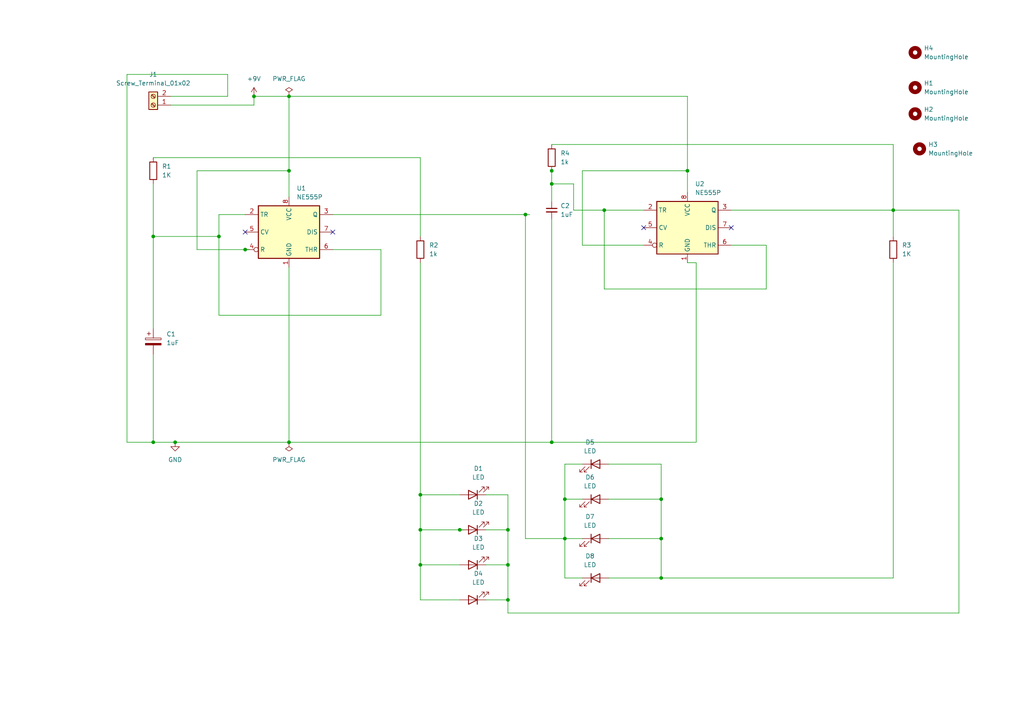
<source format=kicad_sch>
(kicad_sch (version 20230121) (generator eeschema)

  (uuid df1040d5-4863-4cdb-9456-5de3e69baae2)

  (paper "A4")

  (lib_symbols
    (symbol "Connector:Screw_Terminal_01x02" (pin_names (offset 1.016) hide) (in_bom yes) (on_board yes)
      (property "Reference" "J" (at 0 2.54 0)
        (effects (font (size 1.27 1.27)))
      )
      (property "Value" "Screw_Terminal_01x02" (at 0 -5.08 0)
        (effects (font (size 1.27 1.27)))
      )
      (property "Footprint" "" (at 0 0 0)
        (effects (font (size 1.27 1.27)) hide)
      )
      (property "Datasheet" "~" (at 0 0 0)
        (effects (font (size 1.27 1.27)) hide)
      )
      (property "ki_keywords" "screw terminal" (at 0 0 0)
        (effects (font (size 1.27 1.27)) hide)
      )
      (property "ki_description" "Generic screw terminal, single row, 01x02, script generated (kicad-library-utils/schlib/autogen/connector/)" (at 0 0 0)
        (effects (font (size 1.27 1.27)) hide)
      )
      (property "ki_fp_filters" "TerminalBlock*:*" (at 0 0 0)
        (effects (font (size 1.27 1.27)) hide)
      )
      (symbol "Screw_Terminal_01x02_1_1"
        (rectangle (start -1.27 1.27) (end 1.27 -3.81)
          (stroke (width 0.254) (type default))
          (fill (type background))
        )
        (circle (center 0 -2.54) (radius 0.635)
          (stroke (width 0.1524) (type default))
          (fill (type none))
        )
        (polyline
          (pts
            (xy -0.5334 -2.2098)
            (xy 0.3302 -3.048)
          )
          (stroke (width 0.1524) (type default))
          (fill (type none))
        )
        (polyline
          (pts
            (xy -0.5334 0.3302)
            (xy 0.3302 -0.508)
          )
          (stroke (width 0.1524) (type default))
          (fill (type none))
        )
        (polyline
          (pts
            (xy -0.3556 -2.032)
            (xy 0.508 -2.8702)
          )
          (stroke (width 0.1524) (type default))
          (fill (type none))
        )
        (polyline
          (pts
            (xy -0.3556 0.508)
            (xy 0.508 -0.3302)
          )
          (stroke (width 0.1524) (type default))
          (fill (type none))
        )
        (circle (center 0 0) (radius 0.635)
          (stroke (width 0.1524) (type default))
          (fill (type none))
        )
        (pin passive line (at -5.08 0 0) (length 3.81)
          (name "Pin_1" (effects (font (size 1.27 1.27))))
          (number "1" (effects (font (size 1.27 1.27))))
        )
        (pin passive line (at -5.08 -2.54 0) (length 3.81)
          (name "Pin_2" (effects (font (size 1.27 1.27))))
          (number "2" (effects (font (size 1.27 1.27))))
        )
      )
    )
    (symbol "Device:C_Polarized" (pin_numbers hide) (pin_names (offset 0.254)) (in_bom yes) (on_board yes)
      (property "Reference" "C" (at 0.635 2.54 0)
        (effects (font (size 1.27 1.27)) (justify left))
      )
      (property "Value" "C_Polarized" (at 0.635 -2.54 0)
        (effects (font (size 1.27 1.27)) (justify left))
      )
      (property "Footprint" "" (at 0.9652 -3.81 0)
        (effects (font (size 1.27 1.27)) hide)
      )
      (property "Datasheet" "~" (at 0 0 0)
        (effects (font (size 1.27 1.27)) hide)
      )
      (property "ki_keywords" "cap capacitor" (at 0 0 0)
        (effects (font (size 1.27 1.27)) hide)
      )
      (property "ki_description" "Polarized capacitor" (at 0 0 0)
        (effects (font (size 1.27 1.27)) hide)
      )
      (property "ki_fp_filters" "CP_*" (at 0 0 0)
        (effects (font (size 1.27 1.27)) hide)
      )
      (symbol "C_Polarized_0_1"
        (rectangle (start -2.286 0.508) (end 2.286 1.016)
          (stroke (width 0) (type default))
          (fill (type none))
        )
        (polyline
          (pts
            (xy -1.778 2.286)
            (xy -0.762 2.286)
          )
          (stroke (width 0) (type default))
          (fill (type none))
        )
        (polyline
          (pts
            (xy -1.27 2.794)
            (xy -1.27 1.778)
          )
          (stroke (width 0) (type default))
          (fill (type none))
        )
        (rectangle (start 2.286 -0.508) (end -2.286 -1.016)
          (stroke (width 0) (type default))
          (fill (type outline))
        )
      )
      (symbol "C_Polarized_1_1"
        (pin passive line (at 0 3.81 270) (length 2.794)
          (name "~" (effects (font (size 1.27 1.27))))
          (number "1" (effects (font (size 1.27 1.27))))
        )
        (pin passive line (at 0 -3.81 90) (length 2.794)
          (name "~" (effects (font (size 1.27 1.27))))
          (number "2" (effects (font (size 1.27 1.27))))
        )
      )
    )
    (symbol "Device:C_Small" (pin_numbers hide) (pin_names (offset 0.254) hide) (in_bom yes) (on_board yes)
      (property "Reference" "C" (at 0.254 1.778 0)
        (effects (font (size 1.27 1.27)) (justify left))
      )
      (property "Value" "C_Small" (at 0.254 -2.032 0)
        (effects (font (size 1.27 1.27)) (justify left))
      )
      (property "Footprint" "" (at 0 0 0)
        (effects (font (size 1.27 1.27)) hide)
      )
      (property "Datasheet" "~" (at 0 0 0)
        (effects (font (size 1.27 1.27)) hide)
      )
      (property "ki_keywords" "capacitor cap" (at 0 0 0)
        (effects (font (size 1.27 1.27)) hide)
      )
      (property "ki_description" "Unpolarized capacitor, small symbol" (at 0 0 0)
        (effects (font (size 1.27 1.27)) hide)
      )
      (property "ki_fp_filters" "C_*" (at 0 0 0)
        (effects (font (size 1.27 1.27)) hide)
      )
      (symbol "C_Small_0_1"
        (polyline
          (pts
            (xy -1.524 -0.508)
            (xy 1.524 -0.508)
          )
          (stroke (width 0.3302) (type default))
          (fill (type none))
        )
        (polyline
          (pts
            (xy -1.524 0.508)
            (xy 1.524 0.508)
          )
          (stroke (width 0.3048) (type default))
          (fill (type none))
        )
      )
      (symbol "C_Small_1_1"
        (pin passive line (at 0 2.54 270) (length 2.032)
          (name "~" (effects (font (size 1.27 1.27))))
          (number "1" (effects (font (size 1.27 1.27))))
        )
        (pin passive line (at 0 -2.54 90) (length 2.032)
          (name "~" (effects (font (size 1.27 1.27))))
          (number "2" (effects (font (size 1.27 1.27))))
        )
      )
    )
    (symbol "Device:LED" (pin_numbers hide) (pin_names (offset 1.016) hide) (in_bom yes) (on_board yes)
      (property "Reference" "D" (at 0 2.54 0)
        (effects (font (size 1.27 1.27)))
      )
      (property "Value" "LED" (at 0 -2.54 0)
        (effects (font (size 1.27 1.27)))
      )
      (property "Footprint" "" (at 0 0 0)
        (effects (font (size 1.27 1.27)) hide)
      )
      (property "Datasheet" "~" (at 0 0 0)
        (effects (font (size 1.27 1.27)) hide)
      )
      (property "ki_keywords" "LED diode" (at 0 0 0)
        (effects (font (size 1.27 1.27)) hide)
      )
      (property "ki_description" "Light emitting diode" (at 0 0 0)
        (effects (font (size 1.27 1.27)) hide)
      )
      (property "ki_fp_filters" "LED* LED_SMD:* LED_THT:*" (at 0 0 0)
        (effects (font (size 1.27 1.27)) hide)
      )
      (symbol "LED_0_1"
        (polyline
          (pts
            (xy -1.27 -1.27)
            (xy -1.27 1.27)
          )
          (stroke (width 0.254) (type default))
          (fill (type none))
        )
        (polyline
          (pts
            (xy -1.27 0)
            (xy 1.27 0)
          )
          (stroke (width 0) (type default))
          (fill (type none))
        )
        (polyline
          (pts
            (xy 1.27 -1.27)
            (xy 1.27 1.27)
            (xy -1.27 0)
            (xy 1.27 -1.27)
          )
          (stroke (width 0.254) (type default))
          (fill (type none))
        )
        (polyline
          (pts
            (xy -3.048 -0.762)
            (xy -4.572 -2.286)
            (xy -3.81 -2.286)
            (xy -4.572 -2.286)
            (xy -4.572 -1.524)
          )
          (stroke (width 0) (type default))
          (fill (type none))
        )
        (polyline
          (pts
            (xy -1.778 -0.762)
            (xy -3.302 -2.286)
            (xy -2.54 -2.286)
            (xy -3.302 -2.286)
            (xy -3.302 -1.524)
          )
          (stroke (width 0) (type default))
          (fill (type none))
        )
      )
      (symbol "LED_1_1"
        (pin passive line (at -3.81 0 0) (length 2.54)
          (name "K" (effects (font (size 1.27 1.27))))
          (number "1" (effects (font (size 1.27 1.27))))
        )
        (pin passive line (at 3.81 0 180) (length 2.54)
          (name "A" (effects (font (size 1.27 1.27))))
          (number "2" (effects (font (size 1.27 1.27))))
        )
      )
    )
    (symbol "Device:R" (pin_numbers hide) (pin_names (offset 0)) (in_bom yes) (on_board yes)
      (property "Reference" "R" (at 2.032 0 90)
        (effects (font (size 1.27 1.27)))
      )
      (property "Value" "R" (at 0 0 90)
        (effects (font (size 1.27 1.27)))
      )
      (property "Footprint" "" (at -1.778 0 90)
        (effects (font (size 1.27 1.27)) hide)
      )
      (property "Datasheet" "~" (at 0 0 0)
        (effects (font (size 1.27 1.27)) hide)
      )
      (property "ki_keywords" "R res resistor" (at 0 0 0)
        (effects (font (size 1.27 1.27)) hide)
      )
      (property "ki_description" "Resistor" (at 0 0 0)
        (effects (font (size 1.27 1.27)) hide)
      )
      (property "ki_fp_filters" "R_*" (at 0 0 0)
        (effects (font (size 1.27 1.27)) hide)
      )
      (symbol "R_0_1"
        (rectangle (start -1.016 -2.54) (end 1.016 2.54)
          (stroke (width 0.254) (type default))
          (fill (type none))
        )
      )
      (symbol "R_1_1"
        (pin passive line (at 0 3.81 270) (length 1.27)
          (name "~" (effects (font (size 1.27 1.27))))
          (number "1" (effects (font (size 1.27 1.27))))
        )
        (pin passive line (at 0 -3.81 90) (length 1.27)
          (name "~" (effects (font (size 1.27 1.27))))
          (number "2" (effects (font (size 1.27 1.27))))
        )
      )
    )
    (symbol "Mechanical:MountingHole" (pin_names (offset 1.016)) (in_bom yes) (on_board yes)
      (property "Reference" "H" (at 0 5.08 0)
        (effects (font (size 1.27 1.27)))
      )
      (property "Value" "MountingHole" (at 0 3.175 0)
        (effects (font (size 1.27 1.27)))
      )
      (property "Footprint" "" (at 0 0 0)
        (effects (font (size 1.27 1.27)) hide)
      )
      (property "Datasheet" "~" (at 0 0 0)
        (effects (font (size 1.27 1.27)) hide)
      )
      (property "ki_keywords" "mounting hole" (at 0 0 0)
        (effects (font (size 1.27 1.27)) hide)
      )
      (property "ki_description" "Mounting Hole without connection" (at 0 0 0)
        (effects (font (size 1.27 1.27)) hide)
      )
      (property "ki_fp_filters" "MountingHole*" (at 0 0 0)
        (effects (font (size 1.27 1.27)) hide)
      )
      (symbol "MountingHole_0_1"
        (circle (center 0 0) (radius 1.27)
          (stroke (width 1.27) (type default))
          (fill (type none))
        )
      )
    )
    (symbol "Timer:NE555P" (in_bom yes) (on_board yes)
      (property "Reference" "U" (at -10.16 8.89 0)
        (effects (font (size 1.27 1.27)) (justify left))
      )
      (property "Value" "NE555P" (at 2.54 8.89 0)
        (effects (font (size 1.27 1.27)) (justify left))
      )
      (property "Footprint" "Package_DIP:DIP-8_W7.62mm" (at 16.51 -10.16 0)
        (effects (font (size 1.27 1.27)) hide)
      )
      (property "Datasheet" "http://www.ti.com/lit/ds/symlink/ne555.pdf" (at 21.59 -10.16 0)
        (effects (font (size 1.27 1.27)) hide)
      )
      (property "ki_keywords" "single timer 555" (at 0 0 0)
        (effects (font (size 1.27 1.27)) hide)
      )
      (property "ki_description" "Precision Timers, 555 compatible,  PDIP-8" (at 0 0 0)
        (effects (font (size 1.27 1.27)) hide)
      )
      (property "ki_fp_filters" "DIP*W7.62mm*" (at 0 0 0)
        (effects (font (size 1.27 1.27)) hide)
      )
      (symbol "NE555P_0_0"
        (pin power_in line (at 0 -10.16 90) (length 2.54)
          (name "GND" (effects (font (size 1.27 1.27))))
          (number "1" (effects (font (size 1.27 1.27))))
        )
        (pin power_in line (at 0 10.16 270) (length 2.54)
          (name "VCC" (effects (font (size 1.27 1.27))))
          (number "8" (effects (font (size 1.27 1.27))))
        )
      )
      (symbol "NE555P_0_1"
        (rectangle (start -8.89 -7.62) (end 8.89 7.62)
          (stroke (width 0.254) (type default))
          (fill (type background))
        )
        (rectangle (start -8.89 -7.62) (end 8.89 7.62)
          (stroke (width 0.254) (type default))
          (fill (type background))
        )
      )
      (symbol "NE555P_1_1"
        (pin input line (at -12.7 5.08 0) (length 3.81)
          (name "TR" (effects (font (size 1.27 1.27))))
          (number "2" (effects (font (size 1.27 1.27))))
        )
        (pin output line (at 12.7 5.08 180) (length 3.81)
          (name "Q" (effects (font (size 1.27 1.27))))
          (number "3" (effects (font (size 1.27 1.27))))
        )
        (pin input inverted (at -12.7 -5.08 0) (length 3.81)
          (name "R" (effects (font (size 1.27 1.27))))
          (number "4" (effects (font (size 1.27 1.27))))
        )
        (pin input line (at -12.7 0 0) (length 3.81)
          (name "CV" (effects (font (size 1.27 1.27))))
          (number "5" (effects (font (size 1.27 1.27))))
        )
        (pin input line (at 12.7 -5.08 180) (length 3.81)
          (name "THR" (effects (font (size 1.27 1.27))))
          (number "6" (effects (font (size 1.27 1.27))))
        )
        (pin input line (at 12.7 0 180) (length 3.81)
          (name "DIS" (effects (font (size 1.27 1.27))))
          (number "7" (effects (font (size 1.27 1.27))))
        )
      )
    )
    (symbol "power:+9V" (power) (pin_names (offset 0)) (in_bom yes) (on_board yes)
      (property "Reference" "#PWR" (at 0 -3.81 0)
        (effects (font (size 1.27 1.27)) hide)
      )
      (property "Value" "+9V" (at 0 3.556 0)
        (effects (font (size 1.27 1.27)))
      )
      (property "Footprint" "" (at 0 0 0)
        (effects (font (size 1.27 1.27)) hide)
      )
      (property "Datasheet" "" (at 0 0 0)
        (effects (font (size 1.27 1.27)) hide)
      )
      (property "ki_keywords" "global power" (at 0 0 0)
        (effects (font (size 1.27 1.27)) hide)
      )
      (property "ki_description" "Power symbol creates a global label with name \"+9V\"" (at 0 0 0)
        (effects (font (size 1.27 1.27)) hide)
      )
      (symbol "+9V_0_1"
        (polyline
          (pts
            (xy -0.762 1.27)
            (xy 0 2.54)
          )
          (stroke (width 0) (type default))
          (fill (type none))
        )
        (polyline
          (pts
            (xy 0 0)
            (xy 0 2.54)
          )
          (stroke (width 0) (type default))
          (fill (type none))
        )
        (polyline
          (pts
            (xy 0 2.54)
            (xy 0.762 1.27)
          )
          (stroke (width 0) (type default))
          (fill (type none))
        )
      )
      (symbol "+9V_1_1"
        (pin power_in line (at 0 0 90) (length 0) hide
          (name "+9V" (effects (font (size 1.27 1.27))))
          (number "1" (effects (font (size 1.27 1.27))))
        )
      )
    )
    (symbol "power:GND" (power) (pin_names (offset 0)) (in_bom yes) (on_board yes)
      (property "Reference" "#PWR" (at 0 -6.35 0)
        (effects (font (size 1.27 1.27)) hide)
      )
      (property "Value" "GND" (at 0 -3.81 0)
        (effects (font (size 1.27 1.27)))
      )
      (property "Footprint" "" (at 0 0 0)
        (effects (font (size 1.27 1.27)) hide)
      )
      (property "Datasheet" "" (at 0 0 0)
        (effects (font (size 1.27 1.27)) hide)
      )
      (property "ki_keywords" "global power" (at 0 0 0)
        (effects (font (size 1.27 1.27)) hide)
      )
      (property "ki_description" "Power symbol creates a global label with name \"GND\" , ground" (at 0 0 0)
        (effects (font (size 1.27 1.27)) hide)
      )
      (symbol "GND_0_1"
        (polyline
          (pts
            (xy 0 0)
            (xy 0 -1.27)
            (xy 1.27 -1.27)
            (xy 0 -2.54)
            (xy -1.27 -1.27)
            (xy 0 -1.27)
          )
          (stroke (width 0) (type default))
          (fill (type none))
        )
      )
      (symbol "GND_1_1"
        (pin power_in line (at 0 0 270) (length 0) hide
          (name "GND" (effects (font (size 1.27 1.27))))
          (number "1" (effects (font (size 1.27 1.27))))
        )
      )
    )
    (symbol "power:PWR_FLAG" (power) (pin_numbers hide) (pin_names (offset 0) hide) (in_bom yes) (on_board yes)
      (property "Reference" "#FLG" (at 0 1.905 0)
        (effects (font (size 1.27 1.27)) hide)
      )
      (property "Value" "PWR_FLAG" (at 0 3.81 0)
        (effects (font (size 1.27 1.27)))
      )
      (property "Footprint" "" (at 0 0 0)
        (effects (font (size 1.27 1.27)) hide)
      )
      (property "Datasheet" "~" (at 0 0 0)
        (effects (font (size 1.27 1.27)) hide)
      )
      (property "ki_keywords" "flag power" (at 0 0 0)
        (effects (font (size 1.27 1.27)) hide)
      )
      (property "ki_description" "Special symbol for telling ERC where power comes from" (at 0 0 0)
        (effects (font (size 1.27 1.27)) hide)
      )
      (symbol "PWR_FLAG_0_0"
        (pin power_out line (at 0 0 90) (length 0)
          (name "pwr" (effects (font (size 1.27 1.27))))
          (number "1" (effects (font (size 1.27 1.27))))
        )
      )
      (symbol "PWR_FLAG_0_1"
        (polyline
          (pts
            (xy 0 0)
            (xy 0 1.27)
            (xy -1.016 1.905)
            (xy 0 2.54)
            (xy 1.016 1.905)
            (xy 0 1.27)
          )
          (stroke (width 0) (type default))
          (fill (type none))
        )
      )
    )
  )

  (junction (at 73.66 27.94) (diameter 0) (color 0 0 0 0)
    (uuid 08183747-ef87-48aa-bbac-1705b7c4e64c)
  )
  (junction (at 163.83 144.78) (diameter 0) (color 0 0 0 0)
    (uuid 0f4ceade-69a1-4327-ab5a-a482dc3d9cf5)
  )
  (junction (at 44.45 128.27) (diameter 0) (color 0 0 0 0)
    (uuid 27c3e6cd-ee14-458b-b3ab-7f3aff171232)
  )
  (junction (at 163.83 156.21) (diameter 0) (color 0 0 0 0)
    (uuid 27d004e1-74e0-4952-aaa9-e21f28646e4e)
  )
  (junction (at 147.32 163.83) (diameter 0) (color 0 0 0 0)
    (uuid 2bf9a614-60c5-4d74-87f6-e84ea195c17d)
  )
  (junction (at 71.12 72.39) (diameter 0) (color 0 0 0 0)
    (uuid 2d8147a5-2f96-48fe-b0e3-2db4a49ba75a)
  )
  (junction (at 63.5 68.58) (diameter 0) (color 0 0 0 0)
    (uuid 37f9af8c-6dab-4ab0-8699-feb83e3be6c6)
  )
  (junction (at 121.92 143.51) (diameter 0) (color 0 0 0 0)
    (uuid 4671fe32-a3da-42c3-a241-bbe025adfb69)
  )
  (junction (at 191.77 167.64) (diameter 0) (color 0 0 0 0)
    (uuid 562220b1-79e0-4227-bb1a-d5196f4da638)
  )
  (junction (at 121.92 153.67) (diameter 0) (color 0 0 0 0)
    (uuid 582e8548-8149-4424-8d42-7836d82125b5)
  )
  (junction (at 160.02 49.53) (diameter 0) (color 0 0 0 0)
    (uuid 5e82e80d-6545-4e45-a298-0d68f225b056)
  )
  (junction (at 199.39 49.53) (diameter 0) (color 0 0 0 0)
    (uuid 5f5f41d5-52d6-4651-bc72-6fe65eb603b3)
  )
  (junction (at 50.8 128.27) (diameter 0) (color 0 0 0 0)
    (uuid 867698b3-a0b2-4aeb-b9a6-8decfc717e0b)
  )
  (junction (at 133.35 153.67) (diameter 0) (color 0 0 0 0)
    (uuid 86c89f19-a60a-439c-8590-499f366e5318)
  )
  (junction (at 160.02 128.27) (diameter 0) (color 0 0 0 0)
    (uuid 92cfa1d1-0f68-4bd5-8863-48e5657970bd)
  )
  (junction (at 147.32 173.99) (diameter 0) (color 0 0 0 0)
    (uuid 9c6772fc-344d-4aa0-9f11-7d8199208c9d)
  )
  (junction (at 175.26 60.96) (diameter 0) (color 0 0 0 0)
    (uuid a8ac8373-0dde-4406-b934-4df77fae93f2)
  )
  (junction (at 147.32 153.67) (diameter 0) (color 0 0 0 0)
    (uuid aec6034b-fbd9-40d0-b4b7-5a716fe17731)
  )
  (junction (at 191.77 144.78) (diameter 0) (color 0 0 0 0)
    (uuid ce2392d4-abe7-4220-a55e-463af88c0d70)
  )
  (junction (at 44.45 68.58) (diameter 0) (color 0 0 0 0)
    (uuid d6c01528-3e7f-4bcd-88e5-4819061f2ee8)
  )
  (junction (at 83.82 49.53) (diameter 0) (color 0 0 0 0)
    (uuid d71d17b4-b5d9-417a-84b2-9a24decdc1d0)
  )
  (junction (at 152.4 62.23) (diameter 0) (color 0 0 0 0)
    (uuid da39affd-716e-48d4-8f41-11b53f2457b0)
  )
  (junction (at 259.08 60.96) (diameter 0) (color 0 0 0 0)
    (uuid daa2dc58-1c5a-4b02-b07c-0d35f799e1a2)
  )
  (junction (at 83.82 27.94) (diameter 0) (color 0 0 0 0)
    (uuid dd8909b6-03e2-47df-89b8-ad95505fbb28)
  )
  (junction (at 191.77 156.21) (diameter 0) (color 0 0 0 0)
    (uuid dfe909b9-6161-4e79-9c4b-de7f64da3f9c)
  )
  (junction (at 160.02 53.34) (diameter 0) (color 0 0 0 0)
    (uuid dffac069-ce1e-4105-8f62-8c6999c22c30)
  )
  (junction (at 121.92 163.83) (diameter 0) (color 0 0 0 0)
    (uuid e83608bd-8d0d-44b9-b8fa-94887d55cd9d)
  )
  (junction (at 83.82 128.27) (diameter 0) (color 0 0 0 0)
    (uuid eb7ee242-9c97-45bb-8cf7-7a468fc16c88)
  )

  (no_connect (at 186.69 66.04) (uuid 13103f20-fb40-44b9-b198-a7140651e851))
  (no_connect (at 96.52 67.31) (uuid 27d74775-ea58-466f-9b34-b0d0cad3fafb))
  (no_connect (at 71.12 67.31) (uuid 4d6ad198-e403-49b3-910a-091a51ca3731))
  (no_connect (at 212.09 66.04) (uuid b1ceecbb-d175-46d3-9953-aa9a360132d5))

  (wire (pts (xy 176.53 167.64) (xy 191.77 167.64))
    (stroke (width 0) (type default))
    (uuid 040d1c2c-d72d-4555-989b-6f8ccf4c3cdb)
  )
  (wire (pts (xy 176.53 134.62) (xy 191.77 134.62))
    (stroke (width 0) (type default))
    (uuid 0593e027-41d8-4b48-a587-b2261a47767b)
  )
  (wire (pts (xy 66.04 27.94) (xy 66.04 21.59))
    (stroke (width 0) (type default))
    (uuid 05bfeb6c-7676-467a-b0da-03e6b45993bd)
  )
  (wire (pts (xy 83.82 49.53) (xy 83.82 57.15))
    (stroke (width 0) (type default))
    (uuid 0688cd94-7b3b-498f-8594-06f90994c2d3)
  )
  (wire (pts (xy 191.77 167.64) (xy 259.08 167.64))
    (stroke (width 0) (type default))
    (uuid 06a9ccee-ea3b-4a5e-9eb8-a57d6b412b57)
  )
  (wire (pts (xy 147.32 163.83) (xy 147.32 173.99))
    (stroke (width 0) (type default))
    (uuid 0971a7e3-96ee-456f-9674-a989a2fad940)
  )
  (wire (pts (xy 186.69 71.12) (xy 168.91 71.12))
    (stroke (width 0) (type default))
    (uuid 0c94c41f-03a2-4127-95ed-58cc0c43cba5)
  )
  (wire (pts (xy 63.5 68.58) (xy 63.5 91.44))
    (stroke (width 0) (type default))
    (uuid 0e697fe3-49e6-464f-a304-322d45b6c196)
  )
  (wire (pts (xy 201.93 128.27) (xy 201.93 76.2))
    (stroke (width 0) (type default))
    (uuid 1028dde2-6fdc-451e-817f-e04fb83f4979)
  )
  (wire (pts (xy 36.83 21.59) (xy 36.83 128.27))
    (stroke (width 0) (type default))
    (uuid 10a25cba-375f-46e7-863c-2e6cc657dac2)
  )
  (wire (pts (xy 168.91 167.64) (xy 163.83 167.64))
    (stroke (width 0) (type default))
    (uuid 1266fc75-0b78-4441-a1a0-4e969bfd54a6)
  )
  (wire (pts (xy 201.93 76.2) (xy 199.39 76.2))
    (stroke (width 0) (type default))
    (uuid 150fbabb-4f61-4d85-8b88-b2eb3803e161)
  )
  (wire (pts (xy 259.08 41.91) (xy 259.08 60.96))
    (stroke (width 0) (type default))
    (uuid 158a0fcc-42f3-469f-86d1-f070eb3a8d6d)
  )
  (wire (pts (xy 121.92 173.99) (xy 133.35 173.99))
    (stroke (width 0) (type default))
    (uuid 15e61e4c-e40f-408e-9368-f0bb184476e9)
  )
  (wire (pts (xy 73.66 30.48) (xy 73.66 27.94))
    (stroke (width 0) (type default))
    (uuid 1d2382b6-a8a5-4d7f-9547-24c95c2cbbd4)
  )
  (wire (pts (xy 44.45 53.34) (xy 44.45 68.58))
    (stroke (width 0) (type default))
    (uuid 20e88b81-857f-492d-8316-16489199f32d)
  )
  (wire (pts (xy 160.02 41.91) (xy 259.08 41.91))
    (stroke (width 0) (type default))
    (uuid 2201a446-4b95-4ddf-b8d5-b2481bd79e9d)
  )
  (wire (pts (xy 121.92 76.2) (xy 121.92 143.51))
    (stroke (width 0) (type default))
    (uuid 233be7d4-03bd-443a-a7e8-3f6d9099d6e8)
  )
  (wire (pts (xy 73.66 27.94) (xy 83.82 27.94))
    (stroke (width 0) (type default))
    (uuid 2503bf2c-ce1e-4eb0-bc22-bf4dab0cd38d)
  )
  (wire (pts (xy 163.83 144.78) (xy 163.83 134.62))
    (stroke (width 0) (type default))
    (uuid 32bd00b3-bacd-42a6-b741-43e674c2c351)
  )
  (wire (pts (xy 44.45 128.27) (xy 50.8 128.27))
    (stroke (width 0) (type default))
    (uuid 33bd126d-46c2-498b-a65d-de65cb8bc441)
  )
  (wire (pts (xy 121.92 45.72) (xy 121.92 68.58))
    (stroke (width 0) (type default))
    (uuid 3441b9b3-f1e5-41a2-a51b-946325cbb449)
  )
  (wire (pts (xy 175.26 60.96) (xy 186.69 60.96))
    (stroke (width 0) (type default))
    (uuid 36cedbe5-07d3-41d2-b427-c142d88daf5c)
  )
  (wire (pts (xy 176.53 144.78) (xy 191.77 144.78))
    (stroke (width 0) (type default))
    (uuid 3ab4d805-4c84-4f7a-8798-ea61bd33b35b)
  )
  (wire (pts (xy 278.13 60.96) (xy 259.08 60.96))
    (stroke (width 0) (type default))
    (uuid 4021b73e-b01a-4354-81cd-45f473832368)
  )
  (wire (pts (xy 66.04 21.59) (xy 36.83 21.59))
    (stroke (width 0) (type default))
    (uuid 415e8ec6-6610-4ad9-8e51-092ca678fc84)
  )
  (wire (pts (xy 259.08 167.64) (xy 259.08 76.2))
    (stroke (width 0) (type default))
    (uuid 42ce139f-1845-4cf2-9737-420b51a145c8)
  )
  (wire (pts (xy 160.02 63.5) (xy 160.02 128.27))
    (stroke (width 0) (type default))
    (uuid 43ebabb6-a3d5-4e97-95ce-204179bc008e)
  )
  (wire (pts (xy 72.39 72.39) (xy 71.12 72.39))
    (stroke (width 0) (type default))
    (uuid 4d32d764-f7fa-4eb1-b86f-3ca37c0eddf4)
  )
  (wire (pts (xy 191.77 167.64) (xy 191.77 156.21))
    (stroke (width 0) (type default))
    (uuid 4e33f3af-d72c-4f06-b281-fc3ca95bb003)
  )
  (wire (pts (xy 121.92 163.83) (xy 121.92 173.99))
    (stroke (width 0) (type default))
    (uuid 4ecf92ee-871c-4a12-b5c4-97e06492068b)
  )
  (wire (pts (xy 44.45 45.72) (xy 121.92 45.72))
    (stroke (width 0) (type default))
    (uuid 4f60de63-c62a-442c-8a8a-25c305068c42)
  )
  (wire (pts (xy 166.37 53.34) (xy 160.02 53.34))
    (stroke (width 0) (type default))
    (uuid 541a93fe-1ef0-4292-81f4-c796ae9b63a3)
  )
  (wire (pts (xy 96.52 62.23) (xy 152.4 62.23))
    (stroke (width 0) (type default))
    (uuid 588136a1-f5c0-4042-8f6c-67a0c4c08216)
  )
  (wire (pts (xy 83.82 128.27) (xy 160.02 128.27))
    (stroke (width 0) (type default))
    (uuid 5ed034ed-dca2-4c42-aa69-82d108c60f83)
  )
  (wire (pts (xy 57.15 49.53) (xy 83.82 49.53))
    (stroke (width 0) (type default))
    (uuid 63abc410-0870-4eac-a8d6-cf7f675c497c)
  )
  (wire (pts (xy 175.26 83.82) (xy 222.25 83.82))
    (stroke (width 0) (type default))
    (uuid 6877bbf9-3c4d-4988-8d33-5f7186ece761)
  )
  (wire (pts (xy 152.4 62.23) (xy 152.4 156.21))
    (stroke (width 0) (type default))
    (uuid 6c54eb4c-5876-4885-abe4-56e4e78599e9)
  )
  (wire (pts (xy 160.02 53.34) (xy 160.02 58.42))
    (stroke (width 0) (type default))
    (uuid 70fcca4c-6d0a-443d-8302-fece394decc5)
  )
  (wire (pts (xy 160.02 48.26) (xy 160.02 49.53))
    (stroke (width 0) (type default))
    (uuid 720dd038-d6f8-4df9-af6b-42afb08103d1)
  )
  (wire (pts (xy 121.92 153.67) (xy 121.92 163.83))
    (stroke (width 0) (type default))
    (uuid 74345da3-c072-4ab2-ab57-dbce6ad552cf)
  )
  (wire (pts (xy 133.35 153.67) (xy 134.62 153.67))
    (stroke (width 0) (type default))
    (uuid 76c3b3ee-ac26-4bc2-9e0a-036d36cbf8fb)
  )
  (wire (pts (xy 57.15 72.39) (xy 57.15 49.53))
    (stroke (width 0) (type default))
    (uuid 79553a3b-096c-461e-890e-f8995d9f5ff2)
  )
  (wire (pts (xy 147.32 177.8) (xy 278.13 177.8))
    (stroke (width 0) (type default))
    (uuid 7eaa71b8-033b-4011-b5d3-d79b1d7d755a)
  )
  (wire (pts (xy 44.45 68.58) (xy 63.5 68.58))
    (stroke (width 0) (type default))
    (uuid 8103e2f3-68ea-49bd-80e7-d0e4fa2affa8)
  )
  (wire (pts (xy 152.4 62.23) (xy 153.67 62.23))
    (stroke (width 0) (type default))
    (uuid 81f9ee82-b53e-40d0-8216-a37f8470e7fd)
  )
  (wire (pts (xy 50.8 128.27) (xy 83.82 128.27))
    (stroke (width 0) (type default))
    (uuid 827535ff-950b-4d45-90a2-b7e38c536ba5)
  )
  (wire (pts (xy 163.83 156.21) (xy 168.91 156.21))
    (stroke (width 0) (type default))
    (uuid 82ed996d-107e-4ede-a44c-b437a3fd09b2)
  )
  (wire (pts (xy 140.97 173.99) (xy 147.32 173.99))
    (stroke (width 0) (type default))
    (uuid 918bc666-88a8-4d37-9b0e-307b8edbca21)
  )
  (wire (pts (xy 63.5 62.23) (xy 63.5 68.58))
    (stroke (width 0) (type default))
    (uuid 9497ff4c-0f48-419a-9426-547ff7ca6ef3)
  )
  (wire (pts (xy 147.32 153.67) (xy 147.32 163.83))
    (stroke (width 0) (type default))
    (uuid 94b52827-1b46-44fb-9497-8ffb21e98b1d)
  )
  (wire (pts (xy 259.08 60.96) (xy 212.09 60.96))
    (stroke (width 0) (type default))
    (uuid 954c6640-cc57-492c-8488-2af2286f2a5f)
  )
  (wire (pts (xy 140.97 163.83) (xy 147.32 163.83))
    (stroke (width 0) (type default))
    (uuid 96f026d6-0fd3-42ff-9429-4fd5073c514c)
  )
  (wire (pts (xy 222.25 83.82) (xy 222.25 71.12))
    (stroke (width 0) (type default))
    (uuid 978190b8-2fa1-454a-a31a-acdc289f76ee)
  )
  (wire (pts (xy 278.13 60.96) (xy 278.13 177.8))
    (stroke (width 0) (type default))
    (uuid 9aefa974-16d8-4cad-b20d-19820eacf081)
  )
  (wire (pts (xy 121.92 143.51) (xy 121.92 153.67))
    (stroke (width 0) (type default))
    (uuid 9b0ae3f5-0565-4b0d-b2db-a8d97d1273ef)
  )
  (wire (pts (xy 168.91 49.53) (xy 199.39 49.53))
    (stroke (width 0) (type default))
    (uuid 9bd6d7e8-79af-4546-8f1c-fd78a2b4292a)
  )
  (wire (pts (xy 49.53 30.48) (xy 73.66 30.48))
    (stroke (width 0) (type default))
    (uuid 9d0a492c-ae3e-47c1-a0e4-c8a6f9388480)
  )
  (wire (pts (xy 49.53 27.94) (xy 66.04 27.94))
    (stroke (width 0) (type default))
    (uuid a01be2a8-c973-4d2a-b93f-3054589405e9)
  )
  (wire (pts (xy 191.77 144.78) (xy 191.77 134.62))
    (stroke (width 0) (type default))
    (uuid a118c4a9-0794-49ab-9dc9-528029df6c80)
  )
  (wire (pts (xy 147.32 143.51) (xy 147.32 153.67))
    (stroke (width 0) (type default))
    (uuid a4d0f1dd-d40c-49f7-b73a-3ebfcbcaffd5)
  )
  (wire (pts (xy 212.09 71.12) (xy 222.25 71.12))
    (stroke (width 0) (type default))
    (uuid ab3dcd55-404c-41f8-9b62-7f4d5345b6ff)
  )
  (wire (pts (xy 44.45 95.25) (xy 44.45 68.58))
    (stroke (width 0) (type default))
    (uuid ad71a439-2f26-4983-970d-0fbf1aa3d7eb)
  )
  (wire (pts (xy 36.83 128.27) (xy 44.45 128.27))
    (stroke (width 0) (type default))
    (uuid ae49affb-0a92-4087-82cb-02940b16cf5b)
  )
  (wire (pts (xy 160.02 49.53) (xy 160.02 53.34))
    (stroke (width 0) (type default))
    (uuid b14a44c5-bbd9-43bb-9c54-315af696227f)
  )
  (wire (pts (xy 121.92 143.51) (xy 133.35 143.51))
    (stroke (width 0) (type default))
    (uuid b162bb50-430d-4d15-9e99-ad5594787ed2)
  )
  (wire (pts (xy 83.82 77.47) (xy 83.82 128.27))
    (stroke (width 0) (type default))
    (uuid b209dd71-ca98-4b83-a151-40a2ea6e2c62)
  )
  (wire (pts (xy 96.52 72.39) (xy 110.49 72.39))
    (stroke (width 0) (type default))
    (uuid b50ef3cd-bfbc-4e27-8a92-24833a9f0dc6)
  )
  (wire (pts (xy 163.83 156.21) (xy 163.83 144.78))
    (stroke (width 0) (type default))
    (uuid be0e1651-9a0b-459e-b022-54bea45df28c)
  )
  (wire (pts (xy 83.82 27.94) (xy 83.82 49.53))
    (stroke (width 0) (type default))
    (uuid bf5b94e2-28ea-4acd-aa34-d5efeefbfba9)
  )
  (wire (pts (xy 71.12 62.23) (xy 63.5 62.23))
    (stroke (width 0) (type default))
    (uuid c13c9c19-5306-4cb1-ad4e-80d5fd6beff2)
  )
  (wire (pts (xy 140.97 143.51) (xy 147.32 143.51))
    (stroke (width 0) (type default))
    (uuid c36e1ba4-bc06-4436-8cb0-779e2d4daf1d)
  )
  (wire (pts (xy 163.83 134.62) (xy 168.91 134.62))
    (stroke (width 0) (type default))
    (uuid c42e67fb-fa8a-4d33-84cd-586ed0e06382)
  )
  (wire (pts (xy 191.77 156.21) (xy 191.77 144.78))
    (stroke (width 0) (type default))
    (uuid c5802c0b-9815-4291-a003-bd6f0d237e24)
  )
  (wire (pts (xy 147.32 173.99) (xy 147.32 177.8))
    (stroke (width 0) (type default))
    (uuid c80ab893-74cf-4e3f-aff5-0f50a22e5c7c)
  )
  (wire (pts (xy 160.02 128.27) (xy 201.93 128.27))
    (stroke (width 0) (type default))
    (uuid c8a36f52-64df-40b8-bd6d-346511ef9b91)
  )
  (wire (pts (xy 57.15 72.39) (xy 71.12 72.39))
    (stroke (width 0) (type default))
    (uuid c94a3b11-1e2e-4673-97c2-892417d10062)
  )
  (wire (pts (xy 152.4 156.21) (xy 163.83 156.21))
    (stroke (width 0) (type default))
    (uuid d2c96ec5-5545-4de2-873d-cdfd331b1650)
  )
  (wire (pts (xy 175.26 60.96) (xy 175.26 83.82))
    (stroke (width 0) (type default))
    (uuid d39dfed8-0ef6-48dd-946f-cad8bc26d33d)
  )
  (wire (pts (xy 199.39 49.53) (xy 199.39 55.88))
    (stroke (width 0) (type default))
    (uuid d3af0f5f-de9b-44db-aada-bfc1a8e7a217)
  )
  (wire (pts (xy 199.39 27.94) (xy 199.39 49.53))
    (stroke (width 0) (type default))
    (uuid d519a564-4509-4ec3-916b-ef092b64aacf)
  )
  (wire (pts (xy 175.26 60.96) (xy 166.37 60.96))
    (stroke (width 0) (type default))
    (uuid d5347b82-8783-4cb3-972a-c14df0f05c33)
  )
  (wire (pts (xy 140.97 153.67) (xy 147.32 153.67))
    (stroke (width 0) (type default))
    (uuid d75052df-38dc-4696-a00b-a262deb71d9c)
  )
  (wire (pts (xy 166.37 60.96) (xy 166.37 53.34))
    (stroke (width 0) (type default))
    (uuid d84e6dc4-be83-431f-9792-6269a448341e)
  )
  (wire (pts (xy 121.92 153.67) (xy 133.35 153.67))
    (stroke (width 0) (type default))
    (uuid dcc34f1a-cfcc-46a5-b5f4-2697bae1bb6a)
  )
  (wire (pts (xy 163.83 167.64) (xy 163.83 156.21))
    (stroke (width 0) (type default))
    (uuid e3d9663e-1a65-49ef-8291-076a8a9d4258)
  )
  (wire (pts (xy 168.91 71.12) (xy 168.91 49.53))
    (stroke (width 0) (type default))
    (uuid e872645b-dff2-48f2-806c-0acf8de4c4f3)
  )
  (wire (pts (xy 110.49 91.44) (xy 110.49 72.39))
    (stroke (width 0) (type default))
    (uuid eb70885c-35ea-4cc3-81fb-522d0934b9c2)
  )
  (wire (pts (xy 121.92 163.83) (xy 133.35 163.83))
    (stroke (width 0) (type default))
    (uuid eb9295c9-c570-43c9-8214-a0ba0d99eaf0)
  )
  (wire (pts (xy 259.08 68.58) (xy 259.08 60.96))
    (stroke (width 0) (type default))
    (uuid f25a5317-56a1-4e98-a809-fba89bc07107)
  )
  (wire (pts (xy 176.53 156.21) (xy 191.77 156.21))
    (stroke (width 0) (type default))
    (uuid f5956fda-70ef-46d9-88e7-d28b52e64930)
  )
  (wire (pts (xy 63.5 91.44) (xy 110.49 91.44))
    (stroke (width 0) (type default))
    (uuid f81cc7b8-2ddf-4128-afcf-43ba0136d73c)
  )
  (wire (pts (xy 44.45 102.87) (xy 44.45 128.27))
    (stroke (width 0) (type default))
    (uuid fd1cb8a2-635c-4017-bf41-398793f39570)
  )
  (wire (pts (xy 163.83 144.78) (xy 168.91 144.78))
    (stroke (width 0) (type default))
    (uuid fd6002ef-a49d-4d2f-ae73-194c4f6ea9dd)
  )
  (wire (pts (xy 83.82 27.94) (xy 199.39 27.94))
    (stroke (width 0) (type default))
    (uuid ff2f760c-249c-462f-b9e9-1d82c46ed256)
  )

  (symbol (lib_id "Mechanical:MountingHole") (at 265.43 33.02 0) (unit 1)
    (in_bom yes) (on_board yes) (dnp no) (fields_autoplaced)
    (uuid 0164ad80-efba-453e-afdf-a9608429f27f)
    (property "Reference" "H2" (at 267.97 31.75 0)
      (effects (font (size 1.27 1.27)) (justify left))
    )
    (property "Value" "MountingHole" (at 267.97 34.29 0)
      (effects (font (size 1.27 1.27)) (justify left))
    )
    (property "Footprint" "MountingHole:MountingHole_2.1mm" (at 265.43 33.02 0)
      (effects (font (size 1.27 1.27)) hide)
    )
    (property "Datasheet" "~" (at 265.43 33.02 0)
      (effects (font (size 1.27 1.27)) hide)
    )
    (instances
      (project "start"
        (path "/df1040d5-4863-4cdb-9456-5de3e69baae2"
          (reference "H2") (unit 1)
        )
      )
    )
  )

  (symbol (lib_id "Device:R") (at 160.02 45.72 0) (unit 1)
    (in_bom yes) (on_board yes) (dnp no) (fields_autoplaced)
    (uuid 03936bd9-34a7-4e78-81fb-bf1a48d84a16)
    (property "Reference" "R4" (at 162.56 44.45 0)
      (effects (font (size 1.27 1.27)) (justify left))
    )
    (property "Value" "1k" (at 162.56 46.99 0)
      (effects (font (size 1.27 1.27)) (justify left))
    )
    (property "Footprint" "Resistor_THT:R_Axial_DIN0204_L3.6mm_D1.6mm_P5.08mm_Horizontal" (at 158.242 45.72 90)
      (effects (font (size 1.27 1.27)) hide)
    )
    (property "Datasheet" "~" (at 160.02 45.72 0)
      (effects (font (size 1.27 1.27)) hide)
    )
    (pin "1" (uuid 8f6ba4cf-b60d-4935-8a48-b1f466f3978c))
    (pin "2" (uuid 09adc441-4dfa-4a93-af08-dcf9bab3ecfc))
    (instances
      (project "start"
        (path "/df1040d5-4863-4cdb-9456-5de3e69baae2"
          (reference "R4") (unit 1)
        )
      )
    )
  )

  (symbol (lib_id "Device:LED") (at 137.16 163.83 180) (unit 1)
    (in_bom yes) (on_board yes) (dnp no) (fields_autoplaced)
    (uuid 20449bda-affb-4fb0-b254-814eabf47139)
    (property "Reference" "D3" (at 138.7475 156.21 0)
      (effects (font (size 1.27 1.27)))
    )
    (property "Value" "LED" (at 138.7475 158.75 0)
      (effects (font (size 1.27 1.27)))
    )
    (property "Footprint" "LED_THT:LED_D3.0mm_Clear" (at 137.16 163.83 0)
      (effects (font (size 1.27 1.27)) hide)
    )
    (property "Datasheet" "~" (at 137.16 163.83 0)
      (effects (font (size 1.27 1.27)) hide)
    )
    (pin "1" (uuid ed96058b-46f1-45f9-9f27-311d11a41506))
    (pin "2" (uuid 69028291-fd81-486c-82c4-dae402135fbd))
    (instances
      (project "start"
        (path "/df1040d5-4863-4cdb-9456-5de3e69baae2"
          (reference "D3") (unit 1)
        )
      )
    )
  )

  (symbol (lib_id "Device:C_Small") (at 160.02 60.96 0) (unit 1)
    (in_bom yes) (on_board yes) (dnp no) (fields_autoplaced)
    (uuid 260ad96a-a7cd-4cdf-b3f7-9c6370cf113d)
    (property "Reference" "C2" (at 162.56 59.6963 0)
      (effects (font (size 1.27 1.27)) (justify left))
    )
    (property "Value" "1uF" (at 162.56 62.2363 0)
      (effects (font (size 1.27 1.27)) (justify left))
    )
    (property "Footprint" "Capacitor_THT:C_Disc_D3.0mm_W1.6mm_P2.50mm" (at 160.02 60.96 0)
      (effects (font (size 1.27 1.27)) hide)
    )
    (property "Datasheet" "~" (at 160.02 60.96 0)
      (effects (font (size 1.27 1.27)) hide)
    )
    (pin "1" (uuid 3be5e9a2-360c-4023-9ebd-a590ed2e04d7))
    (pin "2" (uuid 35b0bbf9-8f3e-4ed9-9771-3b8e79107168))
    (instances
      (project "start"
        (path "/df1040d5-4863-4cdb-9456-5de3e69baae2"
          (reference "C2") (unit 1)
        )
      )
    )
  )

  (symbol (lib_id "Device:LED") (at 137.16 173.99 180) (unit 1)
    (in_bom yes) (on_board yes) (dnp no) (fields_autoplaced)
    (uuid 2f02f967-8fb5-4ce3-8e17-2af44a1302ef)
    (property "Reference" "D4" (at 138.7475 166.37 0)
      (effects (font (size 1.27 1.27)))
    )
    (property "Value" "LED" (at 138.7475 168.91 0)
      (effects (font (size 1.27 1.27)))
    )
    (property "Footprint" "LED_THT:LED_D3.0mm_Clear" (at 137.16 173.99 0)
      (effects (font (size 1.27 1.27)) hide)
    )
    (property "Datasheet" "~" (at 137.16 173.99 0)
      (effects (font (size 1.27 1.27)) hide)
    )
    (pin "2" (uuid de8f9612-68a9-4e2b-be29-99bf169075ec))
    (pin "1" (uuid 1a1a3961-f1b1-43b1-8b35-4dcf73e010b7))
    (instances
      (project "start"
        (path "/df1040d5-4863-4cdb-9456-5de3e69baae2"
          (reference "D4") (unit 1)
        )
      )
    )
  )

  (symbol (lib_id "Device:LED") (at 137.16 153.67 180) (unit 1)
    (in_bom yes) (on_board yes) (dnp no) (fields_autoplaced)
    (uuid 30f02d5c-b324-4bd3-8e77-b1c573b5d9b9)
    (property "Reference" "D2" (at 138.7475 146.05 0)
      (effects (font (size 1.27 1.27)))
    )
    (property "Value" "LED" (at 138.7475 148.59 0)
      (effects (font (size 1.27 1.27)))
    )
    (property "Footprint" "LED_THT:LED_D3.0mm_Clear" (at 137.16 153.67 0)
      (effects (font (size 1.27 1.27)) hide)
    )
    (property "Datasheet" "~" (at 137.16 153.67 0)
      (effects (font (size 1.27 1.27)) hide)
    )
    (pin "1" (uuid 0ed194be-c9c3-4d6d-894b-e8070d2b9f87))
    (pin "2" (uuid 10009628-be00-4195-b637-58bb00ceacc8))
    (instances
      (project "start"
        (path "/df1040d5-4863-4cdb-9456-5de3e69baae2"
          (reference "D2") (unit 1)
        )
      )
    )
  )

  (symbol (lib_id "Mechanical:MountingHole") (at 265.43 25.4 0) (unit 1)
    (in_bom yes) (on_board yes) (dnp no) (fields_autoplaced)
    (uuid 37e8b71a-f277-4323-b9c3-9301741fe487)
    (property "Reference" "H1" (at 267.97 24.13 0)
      (effects (font (size 1.27 1.27)) (justify left))
    )
    (property "Value" "MountingHole" (at 267.97 26.67 0)
      (effects (font (size 1.27 1.27)) (justify left))
    )
    (property "Footprint" "MountingHole:MountingHole_2.1mm" (at 265.43 25.4 0)
      (effects (font (size 1.27 1.27)) hide)
    )
    (property "Datasheet" "~" (at 265.43 25.4 0)
      (effects (font (size 1.27 1.27)) hide)
    )
    (instances
      (project "start"
        (path "/df1040d5-4863-4cdb-9456-5de3e69baae2"
          (reference "H1") (unit 1)
        )
      )
    )
  )

  (symbol (lib_id "Mechanical:MountingHole") (at 265.43 15.24 0) (unit 1)
    (in_bom yes) (on_board yes) (dnp no) (fields_autoplaced)
    (uuid 3e200be9-5fbe-442e-9334-c810085edd04)
    (property "Reference" "H4" (at 267.97 13.97 0)
      (effects (font (size 1.27 1.27)) (justify left))
    )
    (property "Value" "MountingHole" (at 267.97 16.51 0)
      (effects (font (size 1.27 1.27)) (justify left))
    )
    (property "Footprint" "MountingHole:MountingHole_2.1mm" (at 265.43 15.24 0)
      (effects (font (size 1.27 1.27)) hide)
    )
    (property "Datasheet" "~" (at 265.43 15.24 0)
      (effects (font (size 1.27 1.27)) hide)
    )
    (instances
      (project "start"
        (path "/df1040d5-4863-4cdb-9456-5de3e69baae2"
          (reference "H4") (unit 1)
        )
      )
    )
  )

  (symbol (lib_id "Device:C_Polarized") (at 44.45 99.06 0) (unit 1)
    (in_bom yes) (on_board yes) (dnp no) (fields_autoplaced)
    (uuid 42c6cff0-3515-4f11-9074-1deab1691491)
    (property "Reference" "C1" (at 48.26 96.901 0)
      (effects (font (size 1.27 1.27)) (justify left))
    )
    (property "Value" "1uF" (at 48.26 99.441 0)
      (effects (font (size 1.27 1.27)) (justify left))
    )
    (property "Footprint" "Capacitor_THT:CP_Radial_D4.0mm_P1.50mm" (at 45.4152 102.87 0)
      (effects (font (size 1.27 1.27)) hide)
    )
    (property "Datasheet" "~" (at 44.45 99.06 0)
      (effects (font (size 1.27 1.27)) hide)
    )
    (pin "1" (uuid 2a7a558b-ef57-4829-8571-95403472b1c3))
    (pin "2" (uuid ff6de451-cb7d-4b4c-93a1-50676062fc5c))
    (instances
      (project "start"
        (path "/df1040d5-4863-4cdb-9456-5de3e69baae2"
          (reference "C1") (unit 1)
        )
      )
    )
  )

  (symbol (lib_id "Device:LED") (at 172.72 134.62 0) (unit 1)
    (in_bom yes) (on_board yes) (dnp no) (fields_autoplaced)
    (uuid 490f62dd-9048-4eda-a6e8-e1b05143fcdb)
    (property "Reference" "D5" (at 171.1325 128.27 0)
      (effects (font (size 1.27 1.27)))
    )
    (property "Value" "LED" (at 171.1325 130.81 0)
      (effects (font (size 1.27 1.27)))
    )
    (property "Footprint" "LED_THT:LED_D3.0mm_Clear" (at 172.72 134.62 0)
      (effects (font (size 1.27 1.27)) hide)
    )
    (property "Datasheet" "~" (at 172.72 134.62 0)
      (effects (font (size 1.27 1.27)) hide)
    )
    (pin "2" (uuid db92cb2b-1e9e-42e2-8283-46857780b734))
    (pin "1" (uuid 3a5ffdff-53bb-4a02-a752-b8874b2000f7))
    (instances
      (project "start"
        (path "/df1040d5-4863-4cdb-9456-5de3e69baae2"
          (reference "D5") (unit 1)
        )
      )
    )
  )

  (symbol (lib_id "power:PWR_FLAG") (at 83.82 128.27 180) (unit 1)
    (in_bom yes) (on_board yes) (dnp no) (fields_autoplaced)
    (uuid 5d218c90-15b9-4dba-b407-8765dbeb23b7)
    (property "Reference" "#FLG02" (at 83.82 130.175 0)
      (effects (font (size 1.27 1.27)) hide)
    )
    (property "Value" "PWR_FLAG" (at 83.82 133.35 0)
      (effects (font (size 1.27 1.27)))
    )
    (property "Footprint" "" (at 83.82 128.27 0)
      (effects (font (size 1.27 1.27)) hide)
    )
    (property "Datasheet" "~" (at 83.82 128.27 0)
      (effects (font (size 1.27 1.27)) hide)
    )
    (pin "1" (uuid ba323de5-b8cf-41dc-923c-721b52b319a5))
    (instances
      (project "start"
        (path "/df1040d5-4863-4cdb-9456-5de3e69baae2"
          (reference "#FLG02") (unit 1)
        )
      )
    )
  )

  (symbol (lib_id "power:GND") (at 50.8 128.27 0) (unit 1)
    (in_bom yes) (on_board yes) (dnp no) (fields_autoplaced)
    (uuid 6c5cff0f-0e2e-4dc0-8a59-1f0c86e241c1)
    (property "Reference" "#PWR02" (at 50.8 134.62 0)
      (effects (font (size 1.27 1.27)) hide)
    )
    (property "Value" "GND" (at 50.8 133.35 0)
      (effects (font (size 1.27 1.27)))
    )
    (property "Footprint" "" (at 50.8 128.27 0)
      (effects (font (size 1.27 1.27)) hide)
    )
    (property "Datasheet" "" (at 50.8 128.27 0)
      (effects (font (size 1.27 1.27)) hide)
    )
    (pin "1" (uuid e8fdfaec-a6ba-4893-9256-8063754882d0))
    (instances
      (project "start"
        (path "/df1040d5-4863-4cdb-9456-5de3e69baae2"
          (reference "#PWR02") (unit 1)
        )
      )
    )
  )

  (symbol (lib_id "Mechanical:MountingHole") (at 266.7 43.18 0) (unit 1)
    (in_bom yes) (on_board yes) (dnp no) (fields_autoplaced)
    (uuid 6e09a1b3-3bee-494b-b3b8-8bf52e93c311)
    (property "Reference" "H3" (at 269.24 41.91 0)
      (effects (font (size 1.27 1.27)) (justify left))
    )
    (property "Value" "MountingHole" (at 269.24 44.45 0)
      (effects (font (size 1.27 1.27)) (justify left))
    )
    (property "Footprint" "MountingHole:MountingHole_2.1mm" (at 266.7 43.18 0)
      (effects (font (size 1.27 1.27)) hide)
    )
    (property "Datasheet" "~" (at 266.7 43.18 0)
      (effects (font (size 1.27 1.27)) hide)
    )
    (instances
      (project "start"
        (path "/df1040d5-4863-4cdb-9456-5de3e69baae2"
          (reference "H3") (unit 1)
        )
      )
    )
  )

  (symbol (lib_id "Timer:NE555P") (at 199.39 66.04 0) (unit 1)
    (in_bom yes) (on_board yes) (dnp no) (fields_autoplaced)
    (uuid 704f2710-a27b-446c-b88f-d273395f6bc9)
    (property "Reference" "U2" (at 201.5841 53.34 0)
      (effects (font (size 1.27 1.27)) (justify left))
    )
    (property "Value" "NE555P" (at 201.5841 55.88 0)
      (effects (font (size 1.27 1.27)) (justify left))
    )
    (property "Footprint" "Package_DIP:DIP-8_W7.62mm" (at 215.9 76.2 0)
      (effects (font (size 1.27 1.27)) hide)
    )
    (property "Datasheet" "http://www.ti.com/lit/ds/symlink/ne555.pdf" (at 220.98 76.2 0)
      (effects (font (size 1.27 1.27)) hide)
    )
    (pin "5" (uuid 18e36b6e-2b17-4372-ad36-31dca46cd523))
    (pin "4" (uuid 769b3b4a-e5e8-4a71-9a9a-179727cd0fa6))
    (pin "2" (uuid 629fe86f-585e-4508-80e4-0d8c1ea69096))
    (pin "6" (uuid 732f23ed-8287-4f1e-9a52-9460e054eea4))
    (pin "3" (uuid c6c19c96-e6fe-4304-8caa-0d91edfbe67f))
    (pin "8" (uuid 708f3153-54f2-455c-9bbb-25d8d88d6afc))
    (pin "7" (uuid f771ca7d-0d34-497e-a561-d7f4da52c0fa))
    (pin "1" (uuid 879e1507-244c-4a21-9cf2-9009b463f951))
    (instances
      (project "start"
        (path "/df1040d5-4863-4cdb-9456-5de3e69baae2"
          (reference "U2") (unit 1)
        )
      )
    )
  )

  (symbol (lib_id "Device:R") (at 121.92 72.39 0) (unit 1)
    (in_bom yes) (on_board yes) (dnp no) (fields_autoplaced)
    (uuid 7d67a20f-0f5a-4512-b1a9-9e819f401b8f)
    (property "Reference" "R2" (at 124.46 71.12 0)
      (effects (font (size 1.27 1.27)) (justify left))
    )
    (property "Value" "1k" (at 124.46 73.66 0)
      (effects (font (size 1.27 1.27)) (justify left))
    )
    (property "Footprint" "Resistor_THT:R_Axial_DIN0204_L3.6mm_D1.6mm_P5.08mm_Horizontal" (at 120.142 72.39 90)
      (effects (font (size 1.27 1.27)) hide)
    )
    (property "Datasheet" "~" (at 121.92 72.39 0)
      (effects (font (size 1.27 1.27)) hide)
    )
    (pin "2" (uuid 2c46b7a3-1da7-40d4-9282-eee621f88836))
    (pin "1" (uuid 6fe9ff4f-ad25-4bee-84a6-eaca51e6da8e))
    (instances
      (project "start"
        (path "/df1040d5-4863-4cdb-9456-5de3e69baae2"
          (reference "R2") (unit 1)
        )
      )
    )
  )

  (symbol (lib_id "Device:LED") (at 172.72 167.64 0) (unit 1)
    (in_bom yes) (on_board yes) (dnp no) (fields_autoplaced)
    (uuid 821ea5bb-fc99-4b79-b341-299d8db0cfc3)
    (property "Reference" "D8" (at 171.1325 161.29 0)
      (effects (font (size 1.27 1.27)))
    )
    (property "Value" "LED" (at 171.1325 163.83 0)
      (effects (font (size 1.27 1.27)))
    )
    (property "Footprint" "LED_THT:LED_D3.0mm_Clear" (at 172.72 167.64 0)
      (effects (font (size 1.27 1.27)) hide)
    )
    (property "Datasheet" "~" (at 172.72 167.64 0)
      (effects (font (size 1.27 1.27)) hide)
    )
    (pin "2" (uuid 05f9dae8-d163-44d7-82c9-62785af727b9))
    (pin "1" (uuid 6ffe752f-3f91-4174-ae8e-4261176e995e))
    (instances
      (project "start"
        (path "/df1040d5-4863-4cdb-9456-5de3e69baae2"
          (reference "D8") (unit 1)
        )
      )
    )
  )

  (symbol (lib_id "Device:R") (at 44.45 49.53 0) (unit 1)
    (in_bom yes) (on_board yes) (dnp no) (fields_autoplaced)
    (uuid 862b9707-0ba6-4e85-bc81-d1d4d45810f5)
    (property "Reference" "R1" (at 46.99 48.26 0)
      (effects (font (size 1.27 1.27)) (justify left))
    )
    (property "Value" "1K" (at 46.99 50.8 0)
      (effects (font (size 1.27 1.27)) (justify left))
    )
    (property "Footprint" "Resistor_THT:R_Axial_DIN0204_L3.6mm_D1.6mm_P5.08mm_Horizontal" (at 42.672 49.53 90)
      (effects (font (size 1.27 1.27)) hide)
    )
    (property "Datasheet" "~" (at 44.45 49.53 0)
      (effects (font (size 1.27 1.27)) hide)
    )
    (pin "1" (uuid e917ae24-6f6c-4475-89f3-182e0d08a291))
    (pin "2" (uuid 8779b322-9bcf-424b-aa34-59a113fcd57a))
    (instances
      (project "start"
        (path "/df1040d5-4863-4cdb-9456-5de3e69baae2"
          (reference "R1") (unit 1)
        )
      )
    )
  )

  (symbol (lib_id "Device:LED") (at 172.72 156.21 0) (unit 1)
    (in_bom yes) (on_board yes) (dnp no) (fields_autoplaced)
    (uuid 98c22317-c1a2-41a4-a897-0849d3c4b28e)
    (property "Reference" "D7" (at 171.1325 149.86 0)
      (effects (font (size 1.27 1.27)))
    )
    (property "Value" "LED" (at 171.1325 152.4 0)
      (effects (font (size 1.27 1.27)))
    )
    (property "Footprint" "LED_THT:LED_D3.0mm_Clear" (at 172.72 156.21 0)
      (effects (font (size 1.27 1.27)) hide)
    )
    (property "Datasheet" "~" (at 172.72 156.21 0)
      (effects (font (size 1.27 1.27)) hide)
    )
    (pin "2" (uuid d04b89a5-7c3c-46ae-9914-4ea1702d04bb))
    (pin "1" (uuid 0e645674-83cc-4b87-8b60-4606ea45a0f8))
    (instances
      (project "start"
        (path "/df1040d5-4863-4cdb-9456-5de3e69baae2"
          (reference "D7") (unit 1)
        )
      )
    )
  )

  (symbol (lib_id "power:PWR_FLAG") (at 83.82 27.94 0) (unit 1)
    (in_bom yes) (on_board yes) (dnp no) (fields_autoplaced)
    (uuid b8ca718f-62ed-4da2-b431-6762fc2f4020)
    (property "Reference" "#FLG01" (at 83.82 26.035 0)
      (effects (font (size 1.27 1.27)) hide)
    )
    (property "Value" "PWR_FLAG" (at 83.82 22.86 0)
      (effects (font (size 1.27 1.27)))
    )
    (property "Footprint" "" (at 83.82 27.94 0)
      (effects (font (size 1.27 1.27)) hide)
    )
    (property "Datasheet" "~" (at 83.82 27.94 0)
      (effects (font (size 1.27 1.27)) hide)
    )
    (pin "1" (uuid 4c529817-d72c-4d54-afaa-812b8ecb3d66))
    (instances
      (project "start"
        (path "/df1040d5-4863-4cdb-9456-5de3e69baae2"
          (reference "#FLG01") (unit 1)
        )
      )
    )
  )

  (symbol (lib_id "Timer:NE555P") (at 83.82 67.31 0) (unit 1)
    (in_bom yes) (on_board yes) (dnp no) (fields_autoplaced)
    (uuid c96469f5-0cf3-4d65-a5a4-2903edd73269)
    (property "Reference" "U1" (at 86.0141 54.61 0)
      (effects (font (size 1.27 1.27)) (justify left))
    )
    (property "Value" "NE555P" (at 86.0141 57.15 0)
      (effects (font (size 1.27 1.27)) (justify left))
    )
    (property "Footprint" "Package_DIP:DIP-8_W7.62mm" (at 100.33 77.47 0)
      (effects (font (size 1.27 1.27)) hide)
    )
    (property "Datasheet" "http://www.ti.com/lit/ds/symlink/ne555.pdf" (at 105.41 77.47 0)
      (effects (font (size 1.27 1.27)) hide)
    )
    (pin "1" (uuid b20007fb-f9f1-46c2-ada3-f16d74de0f54))
    (pin "7" (uuid 7ad38ec7-19d2-446f-be56-184534047d0c))
    (pin "3" (uuid 1248ce87-fd15-4981-a414-3e3f1dd827f9))
    (pin "6" (uuid c24661fc-f69d-4562-8534-1d886fbe51ed))
    (pin "8" (uuid 6fcda494-130e-4b7a-b7b4-9e8613ca6aae))
    (pin "2" (uuid 14550084-a631-46a2-a408-e23c4d6c4087))
    (pin "4" (uuid abf58477-bc12-4372-9c3a-a5b83e33450d))
    (pin "5" (uuid 0c255470-1789-44ad-8891-05137400b560))
    (instances
      (project "start"
        (path "/df1040d5-4863-4cdb-9456-5de3e69baae2"
          (reference "U1") (unit 1)
        )
      )
    )
  )

  (symbol (lib_id "Device:R") (at 259.08 72.39 0) (unit 1)
    (in_bom yes) (on_board yes) (dnp no) (fields_autoplaced)
    (uuid d150ad30-787d-4f05-bfd6-0637bb2c4e94)
    (property "Reference" "R3" (at 261.62 71.12 0)
      (effects (font (size 1.27 1.27)) (justify left))
    )
    (property "Value" "1K" (at 261.62 73.66 0)
      (effects (font (size 1.27 1.27)) (justify left))
    )
    (property "Footprint" "Resistor_THT:R_Axial_DIN0204_L3.6mm_D1.6mm_P5.08mm_Horizontal" (at 257.302 72.39 90)
      (effects (font (size 1.27 1.27)) hide)
    )
    (property "Datasheet" "~" (at 259.08 72.39 0)
      (effects (font (size 1.27 1.27)) hide)
    )
    (pin "1" (uuid 36b40f06-6a27-47b5-a403-667274f7a79a))
    (pin "2" (uuid 45d0c6bd-da1b-48d5-ae22-60896499c93f))
    (instances
      (project "start"
        (path "/df1040d5-4863-4cdb-9456-5de3e69baae2"
          (reference "R3") (unit 1)
        )
      )
    )
  )

  (symbol (lib_id "Device:LED") (at 137.16 143.51 180) (unit 1)
    (in_bom yes) (on_board yes) (dnp no) (fields_autoplaced)
    (uuid e473443d-c388-4c2c-b53d-5a4da947fdcc)
    (property "Reference" "D1" (at 138.7475 135.89 0)
      (effects (font (size 1.27 1.27)))
    )
    (property "Value" "LED" (at 138.7475 138.43 0)
      (effects (font (size 1.27 1.27)))
    )
    (property "Footprint" "LED_THT:LED_D3.0mm_Clear" (at 137.16 143.51 0)
      (effects (font (size 1.27 1.27)) hide)
    )
    (property "Datasheet" "~" (at 137.16 143.51 0)
      (effects (font (size 1.27 1.27)) hide)
    )
    (pin "1" (uuid be9ed631-c31e-419a-ae41-94ef139a1600))
    (pin "2" (uuid fb24b235-07af-4007-aee9-7909fea6431a))
    (instances
      (project "start"
        (path "/df1040d5-4863-4cdb-9456-5de3e69baae2"
          (reference "D1") (unit 1)
        )
      )
    )
  )

  (symbol (lib_id "power:+9V") (at 73.66 27.94 0) (unit 1)
    (in_bom yes) (on_board yes) (dnp no) (fields_autoplaced)
    (uuid e9d92a56-9d99-4d6a-a93f-c56e24d7650b)
    (property "Reference" "#PWR01" (at 73.66 31.75 0)
      (effects (font (size 1.27 1.27)) hide)
    )
    (property "Value" "+9V" (at 73.66 22.86 0)
      (effects (font (size 1.27 1.27)))
    )
    (property "Footprint" "" (at 73.66 27.94 0)
      (effects (font (size 1.27 1.27)) hide)
    )
    (property "Datasheet" "" (at 73.66 27.94 0)
      (effects (font (size 1.27 1.27)) hide)
    )
    (pin "1" (uuid e4141231-d51b-432a-92de-c92ca3fb21f6))
    (instances
      (project "start"
        (path "/df1040d5-4863-4cdb-9456-5de3e69baae2"
          (reference "#PWR01") (unit 1)
        )
      )
    )
  )

  (symbol (lib_id "Connector:Screw_Terminal_01x02") (at 44.45 30.48 180) (unit 1)
    (in_bom yes) (on_board yes) (dnp no) (fields_autoplaced)
    (uuid f681ac0a-413a-4d34-8110-1def8c235f4b)
    (property "Reference" "J1" (at 44.45 21.59 0)
      (effects (font (size 1.27 1.27)))
    )
    (property "Value" "Screw_Terminal_01x02" (at 44.45 24.13 0)
      (effects (font (size 1.27 1.27)))
    )
    (property "Footprint" "TerminalBlock:TerminalBlock_bornier-2_P5.08mm" (at 44.45 30.48 0)
      (effects (font (size 1.27 1.27)) hide)
    )
    (property "Datasheet" "~" (at 44.45 30.48 0)
      (effects (font (size 1.27 1.27)) hide)
    )
    (pin "2" (uuid 12aed498-8860-483c-a18f-4bc910ff5112))
    (pin "1" (uuid 3f14c1f1-f383-4ec6-8ff4-95f5f9e28cc2))
    (instances
      (project "start"
        (path "/df1040d5-4863-4cdb-9456-5de3e69baae2"
          (reference "J1") (unit 1)
        )
      )
    )
  )

  (symbol (lib_id "Device:LED") (at 172.72 144.78 0) (unit 1)
    (in_bom yes) (on_board yes) (dnp no) (fields_autoplaced)
    (uuid fb2635a9-9d2e-446e-9e81-bee6a45edab6)
    (property "Reference" "D6" (at 171.1325 138.43 0)
      (effects (font (size 1.27 1.27)))
    )
    (property "Value" "LED" (at 171.1325 140.97 0)
      (effects (font (size 1.27 1.27)))
    )
    (property "Footprint" "LED_THT:LED_D3.0mm_Clear" (at 172.72 144.78 0)
      (effects (font (size 1.27 1.27)) hide)
    )
    (property "Datasheet" "~" (at 172.72 144.78 0)
      (effects (font (size 1.27 1.27)) hide)
    )
    (pin "1" (uuid 83ae2385-1982-41c5-9032-32218c031390))
    (pin "2" (uuid ba2d4c3a-a747-4d6c-9641-f1f3ed9de3cb))
    (instances
      (project "start"
        (path "/df1040d5-4863-4cdb-9456-5de3e69baae2"
          (reference "D6") (unit 1)
        )
      )
    )
  )

  (sheet_instances
    (path "/" (page "1"))
  )
)

</source>
